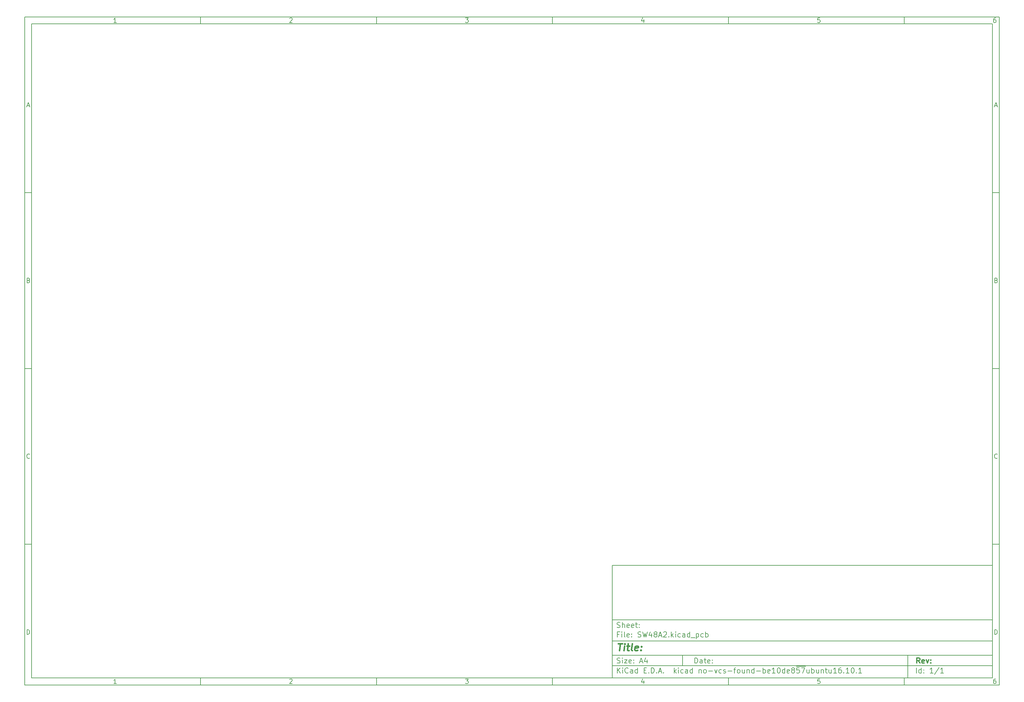
<source format=gbr>
G04 #@! TF.GenerationSoftware,KiCad,Pcbnew,no-vcs-found-be10de8~57~ubuntu16.10.1*
G04 #@! TF.CreationDate,2017-03-16T11:48:35+01:00*
G04 #@! TF.ProjectId,SW48A2,5357343841322E6B696361645F706362,rev?*
G04 #@! TF.FileFunction,Legend,Bot*
G04 #@! TF.FilePolarity,Positive*
%FSLAX46Y46*%
G04 Gerber Fmt 4.6, Leading zero omitted, Abs format (unit mm)*
G04 Created by KiCad (PCBNEW no-vcs-found-be10de8~57~ubuntu16.10.1) date Thu Mar 16 11:48:35 2017*
%MOMM*%
%LPD*%
G01*
G04 APERTURE LIST*
%ADD10C,0.100000*%
%ADD11C,0.150000*%
%ADD12C,0.300000*%
%ADD13C,0.400000*%
G04 APERTURE END LIST*
D10*
D11*
X177002200Y-166007200D02*
X177002200Y-198007200D01*
X285002200Y-198007200D01*
X285002200Y-166007200D01*
X177002200Y-166007200D01*
D10*
D11*
X10000000Y-10000000D02*
X10000000Y-200007200D01*
X287002200Y-200007200D01*
X287002200Y-10000000D01*
X10000000Y-10000000D01*
D10*
D11*
X12000000Y-12000000D02*
X12000000Y-198007200D01*
X285002200Y-198007200D01*
X285002200Y-12000000D01*
X12000000Y-12000000D01*
D10*
D11*
X60000000Y-12000000D02*
X60000000Y-10000000D01*
D10*
D11*
X110000000Y-12000000D02*
X110000000Y-10000000D01*
D10*
D11*
X160000000Y-12000000D02*
X160000000Y-10000000D01*
D10*
D11*
X210000000Y-12000000D02*
X210000000Y-10000000D01*
D10*
D11*
X260000000Y-12000000D02*
X260000000Y-10000000D01*
D10*
D11*
X36065476Y-11588095D02*
X35322619Y-11588095D01*
X35694047Y-11588095D02*
X35694047Y-10288095D01*
X35570238Y-10473809D01*
X35446428Y-10597619D01*
X35322619Y-10659523D01*
D10*
D11*
X85322619Y-10411904D02*
X85384523Y-10350000D01*
X85508333Y-10288095D01*
X85817857Y-10288095D01*
X85941666Y-10350000D01*
X86003571Y-10411904D01*
X86065476Y-10535714D01*
X86065476Y-10659523D01*
X86003571Y-10845238D01*
X85260714Y-11588095D01*
X86065476Y-11588095D01*
D10*
D11*
X135260714Y-10288095D02*
X136065476Y-10288095D01*
X135632142Y-10783333D01*
X135817857Y-10783333D01*
X135941666Y-10845238D01*
X136003571Y-10907142D01*
X136065476Y-11030952D01*
X136065476Y-11340476D01*
X136003571Y-11464285D01*
X135941666Y-11526190D01*
X135817857Y-11588095D01*
X135446428Y-11588095D01*
X135322619Y-11526190D01*
X135260714Y-11464285D01*
D10*
D11*
X185941666Y-10721428D02*
X185941666Y-11588095D01*
X185632142Y-10226190D02*
X185322619Y-11154761D01*
X186127380Y-11154761D01*
D10*
D11*
X236003571Y-10288095D02*
X235384523Y-10288095D01*
X235322619Y-10907142D01*
X235384523Y-10845238D01*
X235508333Y-10783333D01*
X235817857Y-10783333D01*
X235941666Y-10845238D01*
X236003571Y-10907142D01*
X236065476Y-11030952D01*
X236065476Y-11340476D01*
X236003571Y-11464285D01*
X235941666Y-11526190D01*
X235817857Y-11588095D01*
X235508333Y-11588095D01*
X235384523Y-11526190D01*
X235322619Y-11464285D01*
D10*
D11*
X285941666Y-10288095D02*
X285694047Y-10288095D01*
X285570238Y-10350000D01*
X285508333Y-10411904D01*
X285384523Y-10597619D01*
X285322619Y-10845238D01*
X285322619Y-11340476D01*
X285384523Y-11464285D01*
X285446428Y-11526190D01*
X285570238Y-11588095D01*
X285817857Y-11588095D01*
X285941666Y-11526190D01*
X286003571Y-11464285D01*
X286065476Y-11340476D01*
X286065476Y-11030952D01*
X286003571Y-10907142D01*
X285941666Y-10845238D01*
X285817857Y-10783333D01*
X285570238Y-10783333D01*
X285446428Y-10845238D01*
X285384523Y-10907142D01*
X285322619Y-11030952D01*
D10*
D11*
X60000000Y-198007200D02*
X60000000Y-200007200D01*
D10*
D11*
X110000000Y-198007200D02*
X110000000Y-200007200D01*
D10*
D11*
X160000000Y-198007200D02*
X160000000Y-200007200D01*
D10*
D11*
X210000000Y-198007200D02*
X210000000Y-200007200D01*
D10*
D11*
X260000000Y-198007200D02*
X260000000Y-200007200D01*
D10*
D11*
X36065476Y-199595295D02*
X35322619Y-199595295D01*
X35694047Y-199595295D02*
X35694047Y-198295295D01*
X35570238Y-198481009D01*
X35446428Y-198604819D01*
X35322619Y-198666723D01*
D10*
D11*
X85322619Y-198419104D02*
X85384523Y-198357200D01*
X85508333Y-198295295D01*
X85817857Y-198295295D01*
X85941666Y-198357200D01*
X86003571Y-198419104D01*
X86065476Y-198542914D01*
X86065476Y-198666723D01*
X86003571Y-198852438D01*
X85260714Y-199595295D01*
X86065476Y-199595295D01*
D10*
D11*
X135260714Y-198295295D02*
X136065476Y-198295295D01*
X135632142Y-198790533D01*
X135817857Y-198790533D01*
X135941666Y-198852438D01*
X136003571Y-198914342D01*
X136065476Y-199038152D01*
X136065476Y-199347676D01*
X136003571Y-199471485D01*
X135941666Y-199533390D01*
X135817857Y-199595295D01*
X135446428Y-199595295D01*
X135322619Y-199533390D01*
X135260714Y-199471485D01*
D10*
D11*
X185941666Y-198728628D02*
X185941666Y-199595295D01*
X185632142Y-198233390D02*
X185322619Y-199161961D01*
X186127380Y-199161961D01*
D10*
D11*
X236003571Y-198295295D02*
X235384523Y-198295295D01*
X235322619Y-198914342D01*
X235384523Y-198852438D01*
X235508333Y-198790533D01*
X235817857Y-198790533D01*
X235941666Y-198852438D01*
X236003571Y-198914342D01*
X236065476Y-199038152D01*
X236065476Y-199347676D01*
X236003571Y-199471485D01*
X235941666Y-199533390D01*
X235817857Y-199595295D01*
X235508333Y-199595295D01*
X235384523Y-199533390D01*
X235322619Y-199471485D01*
D10*
D11*
X285941666Y-198295295D02*
X285694047Y-198295295D01*
X285570238Y-198357200D01*
X285508333Y-198419104D01*
X285384523Y-198604819D01*
X285322619Y-198852438D01*
X285322619Y-199347676D01*
X285384523Y-199471485D01*
X285446428Y-199533390D01*
X285570238Y-199595295D01*
X285817857Y-199595295D01*
X285941666Y-199533390D01*
X286003571Y-199471485D01*
X286065476Y-199347676D01*
X286065476Y-199038152D01*
X286003571Y-198914342D01*
X285941666Y-198852438D01*
X285817857Y-198790533D01*
X285570238Y-198790533D01*
X285446428Y-198852438D01*
X285384523Y-198914342D01*
X285322619Y-199038152D01*
D10*
D11*
X10000000Y-60000000D02*
X12000000Y-60000000D01*
D10*
D11*
X10000000Y-110000000D02*
X12000000Y-110000000D01*
D10*
D11*
X10000000Y-160000000D02*
X12000000Y-160000000D01*
D10*
D11*
X10690476Y-35216666D02*
X11309523Y-35216666D01*
X10566666Y-35588095D02*
X11000000Y-34288095D01*
X11433333Y-35588095D01*
D10*
D11*
X11092857Y-84907142D02*
X11278571Y-84969047D01*
X11340476Y-85030952D01*
X11402380Y-85154761D01*
X11402380Y-85340476D01*
X11340476Y-85464285D01*
X11278571Y-85526190D01*
X11154761Y-85588095D01*
X10659523Y-85588095D01*
X10659523Y-84288095D01*
X11092857Y-84288095D01*
X11216666Y-84350000D01*
X11278571Y-84411904D01*
X11340476Y-84535714D01*
X11340476Y-84659523D01*
X11278571Y-84783333D01*
X11216666Y-84845238D01*
X11092857Y-84907142D01*
X10659523Y-84907142D01*
D10*
D11*
X11402380Y-135464285D02*
X11340476Y-135526190D01*
X11154761Y-135588095D01*
X11030952Y-135588095D01*
X10845238Y-135526190D01*
X10721428Y-135402380D01*
X10659523Y-135278571D01*
X10597619Y-135030952D01*
X10597619Y-134845238D01*
X10659523Y-134597619D01*
X10721428Y-134473809D01*
X10845238Y-134350000D01*
X11030952Y-134288095D01*
X11154761Y-134288095D01*
X11340476Y-134350000D01*
X11402380Y-134411904D01*
D10*
D11*
X10659523Y-185588095D02*
X10659523Y-184288095D01*
X10969047Y-184288095D01*
X11154761Y-184350000D01*
X11278571Y-184473809D01*
X11340476Y-184597619D01*
X11402380Y-184845238D01*
X11402380Y-185030952D01*
X11340476Y-185278571D01*
X11278571Y-185402380D01*
X11154761Y-185526190D01*
X10969047Y-185588095D01*
X10659523Y-185588095D01*
D10*
D11*
X287002200Y-60000000D02*
X285002200Y-60000000D01*
D10*
D11*
X287002200Y-110000000D02*
X285002200Y-110000000D01*
D10*
D11*
X287002200Y-160000000D02*
X285002200Y-160000000D01*
D10*
D11*
X285692676Y-35216666D02*
X286311723Y-35216666D01*
X285568866Y-35588095D02*
X286002200Y-34288095D01*
X286435533Y-35588095D01*
D10*
D11*
X286095057Y-84907142D02*
X286280771Y-84969047D01*
X286342676Y-85030952D01*
X286404580Y-85154761D01*
X286404580Y-85340476D01*
X286342676Y-85464285D01*
X286280771Y-85526190D01*
X286156961Y-85588095D01*
X285661723Y-85588095D01*
X285661723Y-84288095D01*
X286095057Y-84288095D01*
X286218866Y-84350000D01*
X286280771Y-84411904D01*
X286342676Y-84535714D01*
X286342676Y-84659523D01*
X286280771Y-84783333D01*
X286218866Y-84845238D01*
X286095057Y-84907142D01*
X285661723Y-84907142D01*
D10*
D11*
X286404580Y-135464285D02*
X286342676Y-135526190D01*
X286156961Y-135588095D01*
X286033152Y-135588095D01*
X285847438Y-135526190D01*
X285723628Y-135402380D01*
X285661723Y-135278571D01*
X285599819Y-135030952D01*
X285599819Y-134845238D01*
X285661723Y-134597619D01*
X285723628Y-134473809D01*
X285847438Y-134350000D01*
X286033152Y-134288095D01*
X286156961Y-134288095D01*
X286342676Y-134350000D01*
X286404580Y-134411904D01*
D10*
D11*
X285661723Y-185588095D02*
X285661723Y-184288095D01*
X285971247Y-184288095D01*
X286156961Y-184350000D01*
X286280771Y-184473809D01*
X286342676Y-184597619D01*
X286404580Y-184845238D01*
X286404580Y-185030952D01*
X286342676Y-185278571D01*
X286280771Y-185402380D01*
X286156961Y-185526190D01*
X285971247Y-185588095D01*
X285661723Y-185588095D01*
D10*
D11*
X200434342Y-193785771D02*
X200434342Y-192285771D01*
X200791485Y-192285771D01*
X201005771Y-192357200D01*
X201148628Y-192500057D01*
X201220057Y-192642914D01*
X201291485Y-192928628D01*
X201291485Y-193142914D01*
X201220057Y-193428628D01*
X201148628Y-193571485D01*
X201005771Y-193714342D01*
X200791485Y-193785771D01*
X200434342Y-193785771D01*
X202577200Y-193785771D02*
X202577200Y-193000057D01*
X202505771Y-192857200D01*
X202362914Y-192785771D01*
X202077200Y-192785771D01*
X201934342Y-192857200D01*
X202577200Y-193714342D02*
X202434342Y-193785771D01*
X202077200Y-193785771D01*
X201934342Y-193714342D01*
X201862914Y-193571485D01*
X201862914Y-193428628D01*
X201934342Y-193285771D01*
X202077200Y-193214342D01*
X202434342Y-193214342D01*
X202577200Y-193142914D01*
X203077200Y-192785771D02*
X203648628Y-192785771D01*
X203291485Y-192285771D02*
X203291485Y-193571485D01*
X203362914Y-193714342D01*
X203505771Y-193785771D01*
X203648628Y-193785771D01*
X204720057Y-193714342D02*
X204577200Y-193785771D01*
X204291485Y-193785771D01*
X204148628Y-193714342D01*
X204077200Y-193571485D01*
X204077200Y-193000057D01*
X204148628Y-192857200D01*
X204291485Y-192785771D01*
X204577200Y-192785771D01*
X204720057Y-192857200D01*
X204791485Y-193000057D01*
X204791485Y-193142914D01*
X204077200Y-193285771D01*
X205434342Y-193642914D02*
X205505771Y-193714342D01*
X205434342Y-193785771D01*
X205362914Y-193714342D01*
X205434342Y-193642914D01*
X205434342Y-193785771D01*
X205434342Y-192857200D02*
X205505771Y-192928628D01*
X205434342Y-193000057D01*
X205362914Y-192928628D01*
X205434342Y-192857200D01*
X205434342Y-193000057D01*
D10*
D11*
X177002200Y-194507200D02*
X285002200Y-194507200D01*
D10*
D11*
X178434342Y-196585771D02*
X178434342Y-195085771D01*
X179291485Y-196585771D02*
X178648628Y-195728628D01*
X179291485Y-195085771D02*
X178434342Y-195942914D01*
X179934342Y-196585771D02*
X179934342Y-195585771D01*
X179934342Y-195085771D02*
X179862914Y-195157200D01*
X179934342Y-195228628D01*
X180005771Y-195157200D01*
X179934342Y-195085771D01*
X179934342Y-195228628D01*
X181505771Y-196442914D02*
X181434342Y-196514342D01*
X181220057Y-196585771D01*
X181077200Y-196585771D01*
X180862914Y-196514342D01*
X180720057Y-196371485D01*
X180648628Y-196228628D01*
X180577200Y-195942914D01*
X180577200Y-195728628D01*
X180648628Y-195442914D01*
X180720057Y-195300057D01*
X180862914Y-195157200D01*
X181077200Y-195085771D01*
X181220057Y-195085771D01*
X181434342Y-195157200D01*
X181505771Y-195228628D01*
X182791485Y-196585771D02*
X182791485Y-195800057D01*
X182720057Y-195657200D01*
X182577200Y-195585771D01*
X182291485Y-195585771D01*
X182148628Y-195657200D01*
X182791485Y-196514342D02*
X182648628Y-196585771D01*
X182291485Y-196585771D01*
X182148628Y-196514342D01*
X182077200Y-196371485D01*
X182077200Y-196228628D01*
X182148628Y-196085771D01*
X182291485Y-196014342D01*
X182648628Y-196014342D01*
X182791485Y-195942914D01*
X184148628Y-196585771D02*
X184148628Y-195085771D01*
X184148628Y-196514342D02*
X184005771Y-196585771D01*
X183720057Y-196585771D01*
X183577200Y-196514342D01*
X183505771Y-196442914D01*
X183434342Y-196300057D01*
X183434342Y-195871485D01*
X183505771Y-195728628D01*
X183577200Y-195657200D01*
X183720057Y-195585771D01*
X184005771Y-195585771D01*
X184148628Y-195657200D01*
X186005771Y-195800057D02*
X186505771Y-195800057D01*
X186720057Y-196585771D02*
X186005771Y-196585771D01*
X186005771Y-195085771D01*
X186720057Y-195085771D01*
X187362914Y-196442914D02*
X187434342Y-196514342D01*
X187362914Y-196585771D01*
X187291485Y-196514342D01*
X187362914Y-196442914D01*
X187362914Y-196585771D01*
X188077200Y-196585771D02*
X188077200Y-195085771D01*
X188434342Y-195085771D01*
X188648628Y-195157200D01*
X188791485Y-195300057D01*
X188862914Y-195442914D01*
X188934342Y-195728628D01*
X188934342Y-195942914D01*
X188862914Y-196228628D01*
X188791485Y-196371485D01*
X188648628Y-196514342D01*
X188434342Y-196585771D01*
X188077200Y-196585771D01*
X189577200Y-196442914D02*
X189648628Y-196514342D01*
X189577200Y-196585771D01*
X189505771Y-196514342D01*
X189577200Y-196442914D01*
X189577200Y-196585771D01*
X190220057Y-196157200D02*
X190934342Y-196157200D01*
X190077200Y-196585771D02*
X190577200Y-195085771D01*
X191077200Y-196585771D01*
X191577200Y-196442914D02*
X191648628Y-196514342D01*
X191577200Y-196585771D01*
X191505771Y-196514342D01*
X191577200Y-196442914D01*
X191577200Y-196585771D01*
X194577200Y-196585771D02*
X194577200Y-195085771D01*
X194720057Y-196014342D02*
X195148628Y-196585771D01*
X195148628Y-195585771D02*
X194577200Y-196157200D01*
X195791485Y-196585771D02*
X195791485Y-195585771D01*
X195791485Y-195085771D02*
X195720057Y-195157200D01*
X195791485Y-195228628D01*
X195862914Y-195157200D01*
X195791485Y-195085771D01*
X195791485Y-195228628D01*
X197148628Y-196514342D02*
X197005771Y-196585771D01*
X196720057Y-196585771D01*
X196577200Y-196514342D01*
X196505771Y-196442914D01*
X196434342Y-196300057D01*
X196434342Y-195871485D01*
X196505771Y-195728628D01*
X196577200Y-195657200D01*
X196720057Y-195585771D01*
X197005771Y-195585771D01*
X197148628Y-195657200D01*
X198434342Y-196585771D02*
X198434342Y-195800057D01*
X198362914Y-195657200D01*
X198220057Y-195585771D01*
X197934342Y-195585771D01*
X197791485Y-195657200D01*
X198434342Y-196514342D02*
X198291485Y-196585771D01*
X197934342Y-196585771D01*
X197791485Y-196514342D01*
X197720057Y-196371485D01*
X197720057Y-196228628D01*
X197791485Y-196085771D01*
X197934342Y-196014342D01*
X198291485Y-196014342D01*
X198434342Y-195942914D01*
X199791485Y-196585771D02*
X199791485Y-195085771D01*
X199791485Y-196514342D02*
X199648628Y-196585771D01*
X199362914Y-196585771D01*
X199220057Y-196514342D01*
X199148628Y-196442914D01*
X199077200Y-196300057D01*
X199077200Y-195871485D01*
X199148628Y-195728628D01*
X199220057Y-195657200D01*
X199362914Y-195585771D01*
X199648628Y-195585771D01*
X199791485Y-195657200D01*
X201648628Y-195585771D02*
X201648628Y-196585771D01*
X201648628Y-195728628D02*
X201720057Y-195657200D01*
X201862914Y-195585771D01*
X202077200Y-195585771D01*
X202220057Y-195657200D01*
X202291485Y-195800057D01*
X202291485Y-196585771D01*
X203220057Y-196585771D02*
X203077200Y-196514342D01*
X203005771Y-196442914D01*
X202934342Y-196300057D01*
X202934342Y-195871485D01*
X203005771Y-195728628D01*
X203077200Y-195657200D01*
X203220057Y-195585771D01*
X203434342Y-195585771D01*
X203577200Y-195657200D01*
X203648628Y-195728628D01*
X203720057Y-195871485D01*
X203720057Y-196300057D01*
X203648628Y-196442914D01*
X203577200Y-196514342D01*
X203434342Y-196585771D01*
X203220057Y-196585771D01*
X204362914Y-196014342D02*
X205505771Y-196014342D01*
X206077200Y-195585771D02*
X206434342Y-196585771D01*
X206791485Y-195585771D01*
X208005771Y-196514342D02*
X207862914Y-196585771D01*
X207577200Y-196585771D01*
X207434342Y-196514342D01*
X207362914Y-196442914D01*
X207291485Y-196300057D01*
X207291485Y-195871485D01*
X207362914Y-195728628D01*
X207434342Y-195657200D01*
X207577200Y-195585771D01*
X207862914Y-195585771D01*
X208005771Y-195657200D01*
X208577200Y-196514342D02*
X208720057Y-196585771D01*
X209005771Y-196585771D01*
X209148628Y-196514342D01*
X209220057Y-196371485D01*
X209220057Y-196300057D01*
X209148628Y-196157200D01*
X209005771Y-196085771D01*
X208791485Y-196085771D01*
X208648628Y-196014342D01*
X208577200Y-195871485D01*
X208577200Y-195800057D01*
X208648628Y-195657200D01*
X208791485Y-195585771D01*
X209005771Y-195585771D01*
X209148628Y-195657200D01*
X209862914Y-196014342D02*
X211005771Y-196014342D01*
X211505771Y-195585771D02*
X212077200Y-195585771D01*
X211720057Y-196585771D02*
X211720057Y-195300057D01*
X211791485Y-195157200D01*
X211934342Y-195085771D01*
X212077200Y-195085771D01*
X212791485Y-196585771D02*
X212648628Y-196514342D01*
X212577200Y-196442914D01*
X212505771Y-196300057D01*
X212505771Y-195871485D01*
X212577200Y-195728628D01*
X212648628Y-195657200D01*
X212791485Y-195585771D01*
X213005771Y-195585771D01*
X213148628Y-195657200D01*
X213220057Y-195728628D01*
X213291485Y-195871485D01*
X213291485Y-196300057D01*
X213220057Y-196442914D01*
X213148628Y-196514342D01*
X213005771Y-196585771D01*
X212791485Y-196585771D01*
X214577200Y-195585771D02*
X214577200Y-196585771D01*
X213934342Y-195585771D02*
X213934342Y-196371485D01*
X214005771Y-196514342D01*
X214148628Y-196585771D01*
X214362914Y-196585771D01*
X214505771Y-196514342D01*
X214577200Y-196442914D01*
X215291485Y-195585771D02*
X215291485Y-196585771D01*
X215291485Y-195728628D02*
X215362914Y-195657200D01*
X215505771Y-195585771D01*
X215720057Y-195585771D01*
X215862914Y-195657200D01*
X215934342Y-195800057D01*
X215934342Y-196585771D01*
X217291485Y-196585771D02*
X217291485Y-195085771D01*
X217291485Y-196514342D02*
X217148628Y-196585771D01*
X216862914Y-196585771D01*
X216720057Y-196514342D01*
X216648628Y-196442914D01*
X216577200Y-196300057D01*
X216577200Y-195871485D01*
X216648628Y-195728628D01*
X216720057Y-195657200D01*
X216862914Y-195585771D01*
X217148628Y-195585771D01*
X217291485Y-195657200D01*
X218005771Y-196014342D02*
X219148628Y-196014342D01*
X219862914Y-196585771D02*
X219862914Y-195085771D01*
X219862914Y-195657200D02*
X220005771Y-195585771D01*
X220291485Y-195585771D01*
X220434342Y-195657200D01*
X220505771Y-195728628D01*
X220577200Y-195871485D01*
X220577200Y-196300057D01*
X220505771Y-196442914D01*
X220434342Y-196514342D01*
X220291485Y-196585771D01*
X220005771Y-196585771D01*
X219862914Y-196514342D01*
X221791485Y-196514342D02*
X221648628Y-196585771D01*
X221362914Y-196585771D01*
X221220057Y-196514342D01*
X221148628Y-196371485D01*
X221148628Y-195800057D01*
X221220057Y-195657200D01*
X221362914Y-195585771D01*
X221648628Y-195585771D01*
X221791485Y-195657200D01*
X221862914Y-195800057D01*
X221862914Y-195942914D01*
X221148628Y-196085771D01*
X223291485Y-196585771D02*
X222434342Y-196585771D01*
X222862914Y-196585771D02*
X222862914Y-195085771D01*
X222720057Y-195300057D01*
X222577200Y-195442914D01*
X222434342Y-195514342D01*
X224220057Y-195085771D02*
X224362914Y-195085771D01*
X224505771Y-195157200D01*
X224577200Y-195228628D01*
X224648628Y-195371485D01*
X224720057Y-195657200D01*
X224720057Y-196014342D01*
X224648628Y-196300057D01*
X224577200Y-196442914D01*
X224505771Y-196514342D01*
X224362914Y-196585771D01*
X224220057Y-196585771D01*
X224077200Y-196514342D01*
X224005771Y-196442914D01*
X223934342Y-196300057D01*
X223862914Y-196014342D01*
X223862914Y-195657200D01*
X223934342Y-195371485D01*
X224005771Y-195228628D01*
X224077200Y-195157200D01*
X224220057Y-195085771D01*
X226005771Y-196585771D02*
X226005771Y-195085771D01*
X226005771Y-196514342D02*
X225862914Y-196585771D01*
X225577200Y-196585771D01*
X225434342Y-196514342D01*
X225362914Y-196442914D01*
X225291485Y-196300057D01*
X225291485Y-195871485D01*
X225362914Y-195728628D01*
X225434342Y-195657200D01*
X225577200Y-195585771D01*
X225862914Y-195585771D01*
X226005771Y-195657200D01*
X227291485Y-196514342D02*
X227148628Y-196585771D01*
X226862914Y-196585771D01*
X226720057Y-196514342D01*
X226648628Y-196371485D01*
X226648628Y-195800057D01*
X226720057Y-195657200D01*
X226862914Y-195585771D01*
X227148628Y-195585771D01*
X227291485Y-195657200D01*
X227362914Y-195800057D01*
X227362914Y-195942914D01*
X226648628Y-196085771D01*
X228220057Y-195728628D02*
X228077200Y-195657200D01*
X228005771Y-195585771D01*
X227934342Y-195442914D01*
X227934342Y-195371485D01*
X228005771Y-195228628D01*
X228077200Y-195157200D01*
X228220057Y-195085771D01*
X228505771Y-195085771D01*
X228648628Y-195157200D01*
X228720057Y-195228628D01*
X228791485Y-195371485D01*
X228791485Y-195442914D01*
X228720057Y-195585771D01*
X228648628Y-195657200D01*
X228505771Y-195728628D01*
X228220057Y-195728628D01*
X228077200Y-195800057D01*
X228005771Y-195871485D01*
X227934342Y-196014342D01*
X227934342Y-196300057D01*
X228005771Y-196442914D01*
X228077200Y-196514342D01*
X228220057Y-196585771D01*
X228505771Y-196585771D01*
X228648628Y-196514342D01*
X228720057Y-196442914D01*
X228791485Y-196300057D01*
X228791485Y-196014342D01*
X228720057Y-195871485D01*
X228648628Y-195800057D01*
X228505771Y-195728628D01*
X229324700Y-194677200D02*
X230505771Y-194677200D01*
X230148628Y-195085771D02*
X229434342Y-195085771D01*
X229362914Y-195800057D01*
X229434342Y-195728628D01*
X229577200Y-195657200D01*
X229934342Y-195657200D01*
X230077200Y-195728628D01*
X230148628Y-195800057D01*
X230220057Y-195942914D01*
X230220057Y-196300057D01*
X230148628Y-196442914D01*
X230077200Y-196514342D01*
X229934342Y-196585771D01*
X229577200Y-196585771D01*
X229434342Y-196514342D01*
X229362914Y-196442914D01*
X230505771Y-194677200D02*
X231934342Y-194677200D01*
X230720057Y-195085771D02*
X231720057Y-195085771D01*
X231077200Y-196585771D01*
X232934342Y-195585771D02*
X232934342Y-196585771D01*
X232291485Y-195585771D02*
X232291485Y-196371485D01*
X232362914Y-196514342D01*
X232505771Y-196585771D01*
X232720057Y-196585771D01*
X232862914Y-196514342D01*
X232934342Y-196442914D01*
X233648628Y-196585771D02*
X233648628Y-195085771D01*
X233648628Y-195657200D02*
X233791485Y-195585771D01*
X234077200Y-195585771D01*
X234220057Y-195657200D01*
X234291485Y-195728628D01*
X234362914Y-195871485D01*
X234362914Y-196300057D01*
X234291485Y-196442914D01*
X234220057Y-196514342D01*
X234077200Y-196585771D01*
X233791485Y-196585771D01*
X233648628Y-196514342D01*
X235648628Y-195585771D02*
X235648628Y-196585771D01*
X235005771Y-195585771D02*
X235005771Y-196371485D01*
X235077200Y-196514342D01*
X235220057Y-196585771D01*
X235434342Y-196585771D01*
X235577200Y-196514342D01*
X235648628Y-196442914D01*
X236362914Y-195585771D02*
X236362914Y-196585771D01*
X236362914Y-195728628D02*
X236434342Y-195657200D01*
X236577200Y-195585771D01*
X236791485Y-195585771D01*
X236934342Y-195657200D01*
X237005771Y-195800057D01*
X237005771Y-196585771D01*
X237505771Y-195585771D02*
X238077200Y-195585771D01*
X237720057Y-195085771D02*
X237720057Y-196371485D01*
X237791485Y-196514342D01*
X237934342Y-196585771D01*
X238077200Y-196585771D01*
X239220057Y-195585771D02*
X239220057Y-196585771D01*
X238577200Y-195585771D02*
X238577200Y-196371485D01*
X238648628Y-196514342D01*
X238791485Y-196585771D01*
X239005771Y-196585771D01*
X239148628Y-196514342D01*
X239220057Y-196442914D01*
X240720057Y-196585771D02*
X239862914Y-196585771D01*
X240291485Y-196585771D02*
X240291485Y-195085771D01*
X240148628Y-195300057D01*
X240005771Y-195442914D01*
X239862914Y-195514342D01*
X242005771Y-195085771D02*
X241720057Y-195085771D01*
X241577200Y-195157200D01*
X241505771Y-195228628D01*
X241362914Y-195442914D01*
X241291485Y-195728628D01*
X241291485Y-196300057D01*
X241362914Y-196442914D01*
X241434342Y-196514342D01*
X241577200Y-196585771D01*
X241862914Y-196585771D01*
X242005771Y-196514342D01*
X242077200Y-196442914D01*
X242148628Y-196300057D01*
X242148628Y-195942914D01*
X242077200Y-195800057D01*
X242005771Y-195728628D01*
X241862914Y-195657200D01*
X241577200Y-195657200D01*
X241434342Y-195728628D01*
X241362914Y-195800057D01*
X241291485Y-195942914D01*
X242791485Y-196442914D02*
X242862914Y-196514342D01*
X242791485Y-196585771D01*
X242720057Y-196514342D01*
X242791485Y-196442914D01*
X242791485Y-196585771D01*
X244291485Y-196585771D02*
X243434342Y-196585771D01*
X243862914Y-196585771D02*
X243862914Y-195085771D01*
X243720057Y-195300057D01*
X243577200Y-195442914D01*
X243434342Y-195514342D01*
X245220057Y-195085771D02*
X245362914Y-195085771D01*
X245505771Y-195157200D01*
X245577200Y-195228628D01*
X245648628Y-195371485D01*
X245720057Y-195657200D01*
X245720057Y-196014342D01*
X245648628Y-196300057D01*
X245577200Y-196442914D01*
X245505771Y-196514342D01*
X245362914Y-196585771D01*
X245220057Y-196585771D01*
X245077200Y-196514342D01*
X245005771Y-196442914D01*
X244934342Y-196300057D01*
X244862914Y-196014342D01*
X244862914Y-195657200D01*
X244934342Y-195371485D01*
X245005771Y-195228628D01*
X245077200Y-195157200D01*
X245220057Y-195085771D01*
X246362914Y-196442914D02*
X246434342Y-196514342D01*
X246362914Y-196585771D01*
X246291485Y-196514342D01*
X246362914Y-196442914D01*
X246362914Y-196585771D01*
X247862914Y-196585771D02*
X247005771Y-196585771D01*
X247434342Y-196585771D02*
X247434342Y-195085771D01*
X247291485Y-195300057D01*
X247148628Y-195442914D01*
X247005771Y-195514342D01*
D10*
D11*
X177002200Y-191507200D02*
X285002200Y-191507200D01*
D10*
D12*
X264411485Y-193785771D02*
X263911485Y-193071485D01*
X263554342Y-193785771D02*
X263554342Y-192285771D01*
X264125771Y-192285771D01*
X264268628Y-192357200D01*
X264340057Y-192428628D01*
X264411485Y-192571485D01*
X264411485Y-192785771D01*
X264340057Y-192928628D01*
X264268628Y-193000057D01*
X264125771Y-193071485D01*
X263554342Y-193071485D01*
X265625771Y-193714342D02*
X265482914Y-193785771D01*
X265197200Y-193785771D01*
X265054342Y-193714342D01*
X264982914Y-193571485D01*
X264982914Y-193000057D01*
X265054342Y-192857200D01*
X265197200Y-192785771D01*
X265482914Y-192785771D01*
X265625771Y-192857200D01*
X265697200Y-193000057D01*
X265697200Y-193142914D01*
X264982914Y-193285771D01*
X266197200Y-192785771D02*
X266554342Y-193785771D01*
X266911485Y-192785771D01*
X267482914Y-193642914D02*
X267554342Y-193714342D01*
X267482914Y-193785771D01*
X267411485Y-193714342D01*
X267482914Y-193642914D01*
X267482914Y-193785771D01*
X267482914Y-192857200D02*
X267554342Y-192928628D01*
X267482914Y-193000057D01*
X267411485Y-192928628D01*
X267482914Y-192857200D01*
X267482914Y-193000057D01*
D10*
D11*
X178362914Y-193714342D02*
X178577200Y-193785771D01*
X178934342Y-193785771D01*
X179077200Y-193714342D01*
X179148628Y-193642914D01*
X179220057Y-193500057D01*
X179220057Y-193357200D01*
X179148628Y-193214342D01*
X179077200Y-193142914D01*
X178934342Y-193071485D01*
X178648628Y-193000057D01*
X178505771Y-192928628D01*
X178434342Y-192857200D01*
X178362914Y-192714342D01*
X178362914Y-192571485D01*
X178434342Y-192428628D01*
X178505771Y-192357200D01*
X178648628Y-192285771D01*
X179005771Y-192285771D01*
X179220057Y-192357200D01*
X179862914Y-193785771D02*
X179862914Y-192785771D01*
X179862914Y-192285771D02*
X179791485Y-192357200D01*
X179862914Y-192428628D01*
X179934342Y-192357200D01*
X179862914Y-192285771D01*
X179862914Y-192428628D01*
X180434342Y-192785771D02*
X181220057Y-192785771D01*
X180434342Y-193785771D01*
X181220057Y-193785771D01*
X182362914Y-193714342D02*
X182220057Y-193785771D01*
X181934342Y-193785771D01*
X181791485Y-193714342D01*
X181720057Y-193571485D01*
X181720057Y-193000057D01*
X181791485Y-192857200D01*
X181934342Y-192785771D01*
X182220057Y-192785771D01*
X182362914Y-192857200D01*
X182434342Y-193000057D01*
X182434342Y-193142914D01*
X181720057Y-193285771D01*
X183077200Y-193642914D02*
X183148628Y-193714342D01*
X183077200Y-193785771D01*
X183005771Y-193714342D01*
X183077200Y-193642914D01*
X183077200Y-193785771D01*
X183077200Y-192857200D02*
X183148628Y-192928628D01*
X183077200Y-193000057D01*
X183005771Y-192928628D01*
X183077200Y-192857200D01*
X183077200Y-193000057D01*
X184862914Y-193357200D02*
X185577200Y-193357200D01*
X184720057Y-193785771D02*
X185220057Y-192285771D01*
X185720057Y-193785771D01*
X186862914Y-192785771D02*
X186862914Y-193785771D01*
X186505771Y-192214342D02*
X186148628Y-193285771D01*
X187077200Y-193285771D01*
D10*
D11*
X263434342Y-196585771D02*
X263434342Y-195085771D01*
X264791485Y-196585771D02*
X264791485Y-195085771D01*
X264791485Y-196514342D02*
X264648628Y-196585771D01*
X264362914Y-196585771D01*
X264220057Y-196514342D01*
X264148628Y-196442914D01*
X264077200Y-196300057D01*
X264077200Y-195871485D01*
X264148628Y-195728628D01*
X264220057Y-195657200D01*
X264362914Y-195585771D01*
X264648628Y-195585771D01*
X264791485Y-195657200D01*
X265505771Y-196442914D02*
X265577200Y-196514342D01*
X265505771Y-196585771D01*
X265434342Y-196514342D01*
X265505771Y-196442914D01*
X265505771Y-196585771D01*
X265505771Y-195657200D02*
X265577200Y-195728628D01*
X265505771Y-195800057D01*
X265434342Y-195728628D01*
X265505771Y-195657200D01*
X265505771Y-195800057D01*
X268148628Y-196585771D02*
X267291485Y-196585771D01*
X267720057Y-196585771D02*
X267720057Y-195085771D01*
X267577200Y-195300057D01*
X267434342Y-195442914D01*
X267291485Y-195514342D01*
X269862914Y-195014342D02*
X268577200Y-196942914D01*
X271148628Y-196585771D02*
X270291485Y-196585771D01*
X270720057Y-196585771D02*
X270720057Y-195085771D01*
X270577200Y-195300057D01*
X270434342Y-195442914D01*
X270291485Y-195514342D01*
D10*
D11*
X177002200Y-187507200D02*
X285002200Y-187507200D01*
D10*
D13*
X178714580Y-188211961D02*
X179857438Y-188211961D01*
X179036009Y-190211961D02*
X179286009Y-188211961D01*
X180274104Y-190211961D02*
X180440771Y-188878628D01*
X180524104Y-188211961D02*
X180416961Y-188307200D01*
X180500295Y-188402438D01*
X180607438Y-188307200D01*
X180524104Y-188211961D01*
X180500295Y-188402438D01*
X181107438Y-188878628D02*
X181869342Y-188878628D01*
X181476485Y-188211961D02*
X181262200Y-189926247D01*
X181333628Y-190116723D01*
X181512200Y-190211961D01*
X181702676Y-190211961D01*
X182655057Y-190211961D02*
X182476485Y-190116723D01*
X182405057Y-189926247D01*
X182619342Y-188211961D01*
X184190771Y-190116723D02*
X183988390Y-190211961D01*
X183607438Y-190211961D01*
X183428866Y-190116723D01*
X183357438Y-189926247D01*
X183452676Y-189164342D01*
X183571723Y-188973866D01*
X183774104Y-188878628D01*
X184155057Y-188878628D01*
X184333628Y-188973866D01*
X184405057Y-189164342D01*
X184381247Y-189354819D01*
X183405057Y-189545295D01*
X185155057Y-190021485D02*
X185238390Y-190116723D01*
X185131247Y-190211961D01*
X185047914Y-190116723D01*
X185155057Y-190021485D01*
X185131247Y-190211961D01*
X185286009Y-188973866D02*
X185369342Y-189069104D01*
X185262200Y-189164342D01*
X185178866Y-189069104D01*
X185286009Y-188973866D01*
X185262200Y-189164342D01*
D10*
D11*
X178934342Y-185600057D02*
X178434342Y-185600057D01*
X178434342Y-186385771D02*
X178434342Y-184885771D01*
X179148628Y-184885771D01*
X179720057Y-186385771D02*
X179720057Y-185385771D01*
X179720057Y-184885771D02*
X179648628Y-184957200D01*
X179720057Y-185028628D01*
X179791485Y-184957200D01*
X179720057Y-184885771D01*
X179720057Y-185028628D01*
X180648628Y-186385771D02*
X180505771Y-186314342D01*
X180434342Y-186171485D01*
X180434342Y-184885771D01*
X181791485Y-186314342D02*
X181648628Y-186385771D01*
X181362914Y-186385771D01*
X181220057Y-186314342D01*
X181148628Y-186171485D01*
X181148628Y-185600057D01*
X181220057Y-185457200D01*
X181362914Y-185385771D01*
X181648628Y-185385771D01*
X181791485Y-185457200D01*
X181862914Y-185600057D01*
X181862914Y-185742914D01*
X181148628Y-185885771D01*
X182505771Y-186242914D02*
X182577200Y-186314342D01*
X182505771Y-186385771D01*
X182434342Y-186314342D01*
X182505771Y-186242914D01*
X182505771Y-186385771D01*
X182505771Y-185457200D02*
X182577200Y-185528628D01*
X182505771Y-185600057D01*
X182434342Y-185528628D01*
X182505771Y-185457200D01*
X182505771Y-185600057D01*
X184291485Y-186314342D02*
X184505771Y-186385771D01*
X184862914Y-186385771D01*
X185005771Y-186314342D01*
X185077200Y-186242914D01*
X185148628Y-186100057D01*
X185148628Y-185957200D01*
X185077200Y-185814342D01*
X185005771Y-185742914D01*
X184862914Y-185671485D01*
X184577200Y-185600057D01*
X184434342Y-185528628D01*
X184362914Y-185457200D01*
X184291485Y-185314342D01*
X184291485Y-185171485D01*
X184362914Y-185028628D01*
X184434342Y-184957200D01*
X184577200Y-184885771D01*
X184934342Y-184885771D01*
X185148628Y-184957200D01*
X185648628Y-184885771D02*
X186005771Y-186385771D01*
X186291485Y-185314342D01*
X186577200Y-186385771D01*
X186934342Y-184885771D01*
X188148628Y-185385771D02*
X188148628Y-186385771D01*
X187791485Y-184814342D02*
X187434342Y-185885771D01*
X188362914Y-185885771D01*
X189148628Y-185528628D02*
X189005771Y-185457200D01*
X188934342Y-185385771D01*
X188862914Y-185242914D01*
X188862914Y-185171485D01*
X188934342Y-185028628D01*
X189005771Y-184957200D01*
X189148628Y-184885771D01*
X189434342Y-184885771D01*
X189577200Y-184957200D01*
X189648628Y-185028628D01*
X189720057Y-185171485D01*
X189720057Y-185242914D01*
X189648628Y-185385771D01*
X189577200Y-185457200D01*
X189434342Y-185528628D01*
X189148628Y-185528628D01*
X189005771Y-185600057D01*
X188934342Y-185671485D01*
X188862914Y-185814342D01*
X188862914Y-186100057D01*
X188934342Y-186242914D01*
X189005771Y-186314342D01*
X189148628Y-186385771D01*
X189434342Y-186385771D01*
X189577200Y-186314342D01*
X189648628Y-186242914D01*
X189720057Y-186100057D01*
X189720057Y-185814342D01*
X189648628Y-185671485D01*
X189577200Y-185600057D01*
X189434342Y-185528628D01*
X190291485Y-185957200D02*
X191005771Y-185957200D01*
X190148628Y-186385771D02*
X190648628Y-184885771D01*
X191148628Y-186385771D01*
X191577200Y-185028628D02*
X191648628Y-184957200D01*
X191791485Y-184885771D01*
X192148628Y-184885771D01*
X192291485Y-184957200D01*
X192362914Y-185028628D01*
X192434342Y-185171485D01*
X192434342Y-185314342D01*
X192362914Y-185528628D01*
X191505771Y-186385771D01*
X192434342Y-186385771D01*
X193077200Y-186242914D02*
X193148628Y-186314342D01*
X193077200Y-186385771D01*
X193005771Y-186314342D01*
X193077200Y-186242914D01*
X193077200Y-186385771D01*
X193791485Y-186385771D02*
X193791485Y-184885771D01*
X193934342Y-185814342D02*
X194362914Y-186385771D01*
X194362914Y-185385771D02*
X193791485Y-185957200D01*
X195005771Y-186385771D02*
X195005771Y-185385771D01*
X195005771Y-184885771D02*
X194934342Y-184957200D01*
X195005771Y-185028628D01*
X195077200Y-184957200D01*
X195005771Y-184885771D01*
X195005771Y-185028628D01*
X196362914Y-186314342D02*
X196220057Y-186385771D01*
X195934342Y-186385771D01*
X195791485Y-186314342D01*
X195720057Y-186242914D01*
X195648628Y-186100057D01*
X195648628Y-185671485D01*
X195720057Y-185528628D01*
X195791485Y-185457200D01*
X195934342Y-185385771D01*
X196220057Y-185385771D01*
X196362914Y-185457200D01*
X197648628Y-186385771D02*
X197648628Y-185600057D01*
X197577200Y-185457200D01*
X197434342Y-185385771D01*
X197148628Y-185385771D01*
X197005771Y-185457200D01*
X197648628Y-186314342D02*
X197505771Y-186385771D01*
X197148628Y-186385771D01*
X197005771Y-186314342D01*
X196934342Y-186171485D01*
X196934342Y-186028628D01*
X197005771Y-185885771D01*
X197148628Y-185814342D01*
X197505771Y-185814342D01*
X197648628Y-185742914D01*
X199005771Y-186385771D02*
X199005771Y-184885771D01*
X199005771Y-186314342D02*
X198862914Y-186385771D01*
X198577200Y-186385771D01*
X198434342Y-186314342D01*
X198362914Y-186242914D01*
X198291485Y-186100057D01*
X198291485Y-185671485D01*
X198362914Y-185528628D01*
X198434342Y-185457200D01*
X198577200Y-185385771D01*
X198862914Y-185385771D01*
X199005771Y-185457200D01*
X199362914Y-186528628D02*
X200505771Y-186528628D01*
X200862914Y-185385771D02*
X200862914Y-186885771D01*
X200862914Y-185457200D02*
X201005771Y-185385771D01*
X201291485Y-185385771D01*
X201434342Y-185457200D01*
X201505771Y-185528628D01*
X201577200Y-185671485D01*
X201577200Y-186100057D01*
X201505771Y-186242914D01*
X201434342Y-186314342D01*
X201291485Y-186385771D01*
X201005771Y-186385771D01*
X200862914Y-186314342D01*
X202862914Y-186314342D02*
X202720057Y-186385771D01*
X202434342Y-186385771D01*
X202291485Y-186314342D01*
X202220057Y-186242914D01*
X202148628Y-186100057D01*
X202148628Y-185671485D01*
X202220057Y-185528628D01*
X202291485Y-185457200D01*
X202434342Y-185385771D01*
X202720057Y-185385771D01*
X202862914Y-185457200D01*
X203505771Y-186385771D02*
X203505771Y-184885771D01*
X203505771Y-185457200D02*
X203648628Y-185385771D01*
X203934342Y-185385771D01*
X204077200Y-185457200D01*
X204148628Y-185528628D01*
X204220057Y-185671485D01*
X204220057Y-186100057D01*
X204148628Y-186242914D01*
X204077200Y-186314342D01*
X203934342Y-186385771D01*
X203648628Y-186385771D01*
X203505771Y-186314342D01*
D10*
D11*
X177002200Y-181507200D02*
X285002200Y-181507200D01*
D10*
D11*
X178362914Y-183614342D02*
X178577200Y-183685771D01*
X178934342Y-183685771D01*
X179077200Y-183614342D01*
X179148628Y-183542914D01*
X179220057Y-183400057D01*
X179220057Y-183257200D01*
X179148628Y-183114342D01*
X179077200Y-183042914D01*
X178934342Y-182971485D01*
X178648628Y-182900057D01*
X178505771Y-182828628D01*
X178434342Y-182757200D01*
X178362914Y-182614342D01*
X178362914Y-182471485D01*
X178434342Y-182328628D01*
X178505771Y-182257200D01*
X178648628Y-182185771D01*
X179005771Y-182185771D01*
X179220057Y-182257200D01*
X179862914Y-183685771D02*
X179862914Y-182185771D01*
X180505771Y-183685771D02*
X180505771Y-182900057D01*
X180434342Y-182757200D01*
X180291485Y-182685771D01*
X180077200Y-182685771D01*
X179934342Y-182757200D01*
X179862914Y-182828628D01*
X181791485Y-183614342D02*
X181648628Y-183685771D01*
X181362914Y-183685771D01*
X181220057Y-183614342D01*
X181148628Y-183471485D01*
X181148628Y-182900057D01*
X181220057Y-182757200D01*
X181362914Y-182685771D01*
X181648628Y-182685771D01*
X181791485Y-182757200D01*
X181862914Y-182900057D01*
X181862914Y-183042914D01*
X181148628Y-183185771D01*
X183077200Y-183614342D02*
X182934342Y-183685771D01*
X182648628Y-183685771D01*
X182505771Y-183614342D01*
X182434342Y-183471485D01*
X182434342Y-182900057D01*
X182505771Y-182757200D01*
X182648628Y-182685771D01*
X182934342Y-182685771D01*
X183077200Y-182757200D01*
X183148628Y-182900057D01*
X183148628Y-183042914D01*
X182434342Y-183185771D01*
X183577200Y-182685771D02*
X184148628Y-182685771D01*
X183791485Y-182185771D02*
X183791485Y-183471485D01*
X183862914Y-183614342D01*
X184005771Y-183685771D01*
X184148628Y-183685771D01*
X184648628Y-183542914D02*
X184720057Y-183614342D01*
X184648628Y-183685771D01*
X184577200Y-183614342D01*
X184648628Y-183542914D01*
X184648628Y-183685771D01*
X184648628Y-182757200D02*
X184720057Y-182828628D01*
X184648628Y-182900057D01*
X184577200Y-182828628D01*
X184648628Y-182757200D01*
X184648628Y-182900057D01*
D10*
D11*
X197002200Y-191507200D02*
X197002200Y-194507200D01*
D10*
D11*
X261002200Y-191507200D02*
X261002200Y-198007200D01*
M02*

</source>
